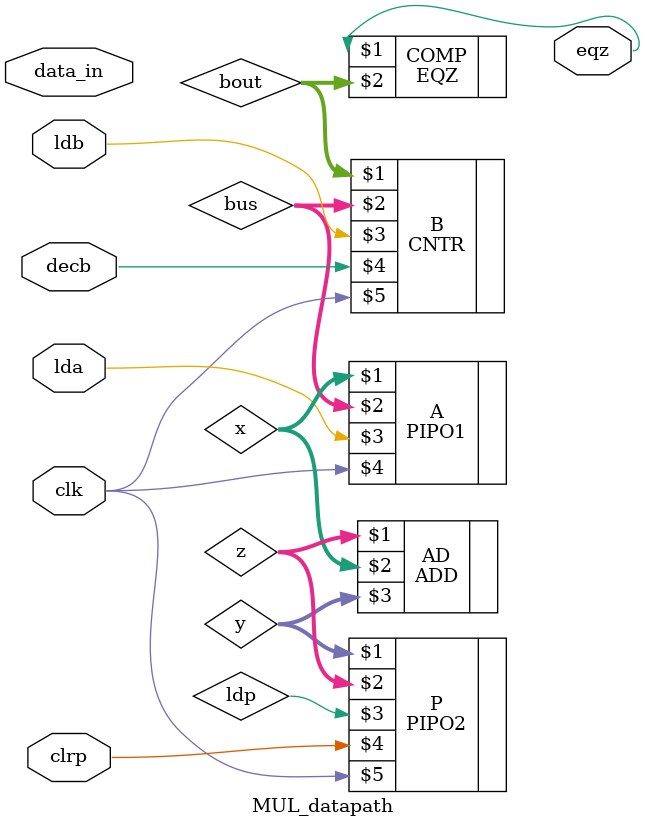
<source format=v>
`timescale 1ns / 1ps
module MUL_datapath(eqz,lda,ldb,clrp,decb,data_in,clk);
input lda,ldb,clrp,decb,clk;
input [15:0]data_in;
output eqz;
wire [15:0]x,y,z,bout,bus;

PIPO1 A (x,bus,lda,clk);
PIPO2 P (y,z,ldp,clrp,clk);
CNTR B (bout,bus,ldb,decb,clk);
ADD AD (z,x,y);
EQZ COMP (eqz,bout);
endmodule

</source>
